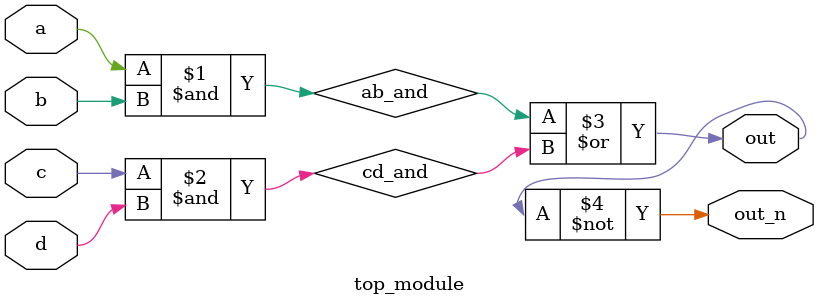
<source format=v>

module top_module(
    input a,
    input b,
    input c,
    input d,
    output out,
    output out_n   ); 

	wire ab_and;
    wire cd_and;

    assign ab_and = a & b;
    assign cd_and = c & d;
    assign out = ab_and | cd_and;
    assign out_n = ~out;

endmodule
</source>
